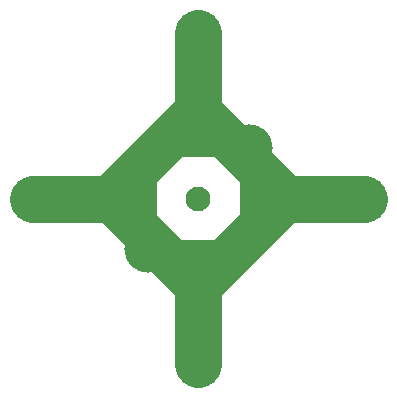
<source format=gbr>
G04 #@! TF.GenerationSoftware,KiCad,Pcbnew,(5.1.6)-1*
G04 #@! TF.CreationDate,2020-10-20T16:42:45-05:00*
G04 #@! TF.ProjectId,quad-slot-hub,71756164-2d73-46c6-9f74-2d6875622e6b,rev?*
G04 #@! TF.SameCoordinates,Original*
G04 #@! TF.FileFunction,Copper,L1,Top*
G04 #@! TF.FilePolarity,Positive*
%FSLAX46Y46*%
G04 Gerber Fmt 4.6, Leading zero omitted, Abs format (unit mm)*
G04 Created by KiCad (PCBNEW (5.1.6)-1) date 2020-10-20 16:42:45*
%MOMM*%
%LPD*%
G01*
G04 APERTURE LIST*
G04 #@! TA.AperFunction,ComponentPad*
%ADD10C,4.000000*%
G04 #@! TD*
G04 #@! TA.AperFunction,ComponentPad*
%ADD11C,2.100000*%
G04 #@! TD*
G04 #@! TA.AperFunction,Conductor*
%ADD12C,1.500000*%
G04 #@! TD*
G04 #@! TA.AperFunction,Conductor*
%ADD13C,1.000000*%
G04 #@! TD*
G04 #@! TA.AperFunction,Conductor*
%ADD14C,2.000000*%
G04 #@! TD*
G04 #@! TA.AperFunction,Conductor*
%ADD15C,4.000000*%
G04 #@! TD*
G04 APERTURE END LIST*
D10*
X-4242641Y-4242641D03*
X4320422Y4320422D03*
D11*
X0Y0D03*
D12*
X4320422Y-4222578D02*
X4316000Y-4227000D01*
X4300359Y-4242641D02*
X4320422Y-4222578D01*
X-4242641Y4278641D02*
X-4200860Y4320422D01*
X820422Y4320422D02*
X1760010Y5260010D01*
X820422Y4320422D02*
X4320422Y4320422D01*
X1760010Y5260010D02*
X1760010Y5602351D01*
X1760010Y5602351D02*
X1197649Y5039990D01*
X1197649Y5039990D02*
X-1197649Y5039990D01*
X-4242641Y-257359D02*
X-4242641Y400300D01*
X-4242641Y400300D02*
X-5602351Y1760010D01*
X-4242641Y-257359D02*
X-4242641Y4278641D01*
X-4242641Y-4242641D02*
X-4242641Y-257359D01*
X-5039990Y-1197649D02*
X-5602351Y-1760010D01*
X-5602351Y1760010D02*
X-5039990Y1197649D01*
X-400300Y-4242641D02*
X-1760010Y-5602351D01*
X7359Y-4242641D02*
X-400300Y-4242641D01*
X7359Y-4242641D02*
X4300359Y-4242641D01*
X-4242641Y-4242641D02*
X7359Y-4242641D01*
X1197649Y-5039990D02*
X1760010Y-5602351D01*
X-1760010Y-5602351D02*
X-1197649Y-5039990D01*
X4320422Y-478081D02*
X5602351Y-1760010D01*
X4320422Y179578D02*
X4320422Y-478081D01*
X4320422Y4320422D02*
X4320422Y179578D01*
X5039990Y1197649D02*
X5602351Y1760010D01*
X5602351Y-1760010D02*
X5039990Y-1197649D01*
X5039990Y-1197649D02*
X5039990Y1197649D01*
X-4242641Y4278641D02*
X-4242641Y4277379D01*
X-5602351Y1760010D02*
X-6760010Y1760010D01*
X-4242641Y4278641D02*
X-4221359Y4278641D01*
X-1760010Y5602351D02*
X-1760010Y6739990D01*
X-5635010Y1792669D02*
X-5602351Y1760010D01*
X-5635010Y2885010D02*
X-6760010Y1760010D01*
X-4242641Y4277379D02*
X-5635010Y2885010D01*
X-1625000Y5125000D02*
X-1453830Y5296170D01*
X-3375000Y5125000D02*
X-1625000Y5125000D01*
X-4221359Y4278641D02*
X-3375000Y5125000D01*
X-3375000Y5125000D02*
X-1760010Y6739990D01*
X-1453830Y5296170D02*
X-1760010Y5602351D01*
X-1197649Y5039990D02*
X-1453830Y5296170D01*
X4320422Y4320422D02*
X1900854Y6739990D01*
X1900854Y6739990D02*
X1760010Y6739990D01*
X1760010Y5602351D02*
X1760010Y6739990D01*
X6489990Y2150854D02*
X6489990Y1760010D01*
X5602351Y1760010D02*
X6489990Y1760010D01*
X4320422Y3041939D02*
X5602351Y1760010D01*
X4320422Y4320422D02*
X4320422Y3041939D01*
X6489990Y2150854D02*
X4320422Y4320422D01*
X6880834Y1760010D02*
X4320422Y4320422D01*
X4320422Y-4222578D02*
X4320422Y-4199598D01*
X5602351Y-1760010D02*
X6760010Y-1760010D01*
X4300359Y-4242641D02*
X4257359Y-4242641D01*
X1760010Y-5602351D02*
X1760010Y-6739990D01*
X4682783Y-2679578D02*
X5602351Y-1760010D01*
X4320422Y-2679578D02*
X4682783Y-2679578D01*
X4320422Y-2679578D02*
X4320422Y-4222578D01*
X2539990Y-5039990D02*
X3000000Y-5500000D01*
X1197649Y-5039990D02*
X2539990Y-5039990D01*
X3000000Y-5500000D02*
X1760010Y-6739990D01*
X-3527379Y-4242641D02*
X-1760010Y-6010010D01*
X-4242641Y-4242641D02*
X-3527379Y-4242641D01*
X-1760010Y-5602351D02*
X-1760010Y-6010010D01*
X-4242641Y-4242641D02*
X-1760010Y-6725272D01*
X-6489990Y-1995292D02*
X-4242641Y-4242641D01*
X-6489990Y-1760010D02*
X-6489990Y-1995292D01*
X-5602351Y-1760010D02*
X-6489990Y-1760010D01*
X-5602351Y-2882931D02*
X-4242641Y-4242641D01*
X-5602351Y-1760010D02*
X-5602351Y-2882931D01*
D13*
X-124527Y4320422D02*
X-1510010Y5705905D01*
X4320422Y4320422D02*
X-124527Y4320422D01*
X5393544Y1197649D02*
X5705905Y1510010D01*
X5039990Y1197649D02*
X5393544Y1197649D01*
X4320422Y-124527D02*
X5705905Y-1510010D01*
X4320422Y-478422D02*
X4320422Y-124527D01*
D12*
X4320422Y179578D02*
X4320422Y-478422D01*
D13*
X820422Y4320422D02*
X1510010Y5010010D01*
X1510010Y5010010D02*
X1510010Y5705905D01*
X604578Y4320422D02*
X-124527Y4320422D01*
D12*
X604578Y4320422D02*
X820422Y4320422D01*
X-4200860Y4320422D02*
X604578Y4320422D01*
D13*
X-5039990Y-337010D02*
X-5039990Y-844095D01*
X-5039990Y-844095D02*
X-5705905Y-1510010D01*
D12*
X-5039990Y-337010D02*
X-5039990Y-1197649D01*
X-5039990Y1197649D02*
X-5039990Y-337010D01*
D13*
X-5039990Y844095D02*
X-5705905Y1510010D01*
X-5039990Y-337010D02*
X-5039990Y844095D01*
X122990Y-5039990D02*
X844095Y-5039990D01*
D12*
X122990Y-5039990D02*
X1197649Y-5039990D01*
D13*
X844095Y-5039990D02*
X1510010Y-5705905D01*
D12*
X-1197649Y-5039990D02*
X122990Y-5039990D01*
D13*
X-844095Y-5039990D02*
X-1510010Y-5705905D01*
X122990Y-5039990D02*
X-844095Y-5039990D01*
D12*
X0Y-6000000D02*
X-6000000Y0D01*
X-6000000Y0D02*
X0Y6000000D01*
X0Y6000000D02*
X6000000Y0D01*
X6000000Y0D02*
X0Y-6000000D01*
D14*
X-750000Y-8000000D02*
X-8750000Y0D01*
X0Y-8000000D02*
X-750000Y-8000000D01*
D15*
X0Y-6000000D02*
X0Y-8000000D01*
X0Y-6000000D02*
X0Y-14000000D01*
X-6000000Y0D02*
X-8750000Y0D01*
X-6000000Y0D02*
X-14000000Y0D01*
D14*
X-8750000Y0D02*
X0Y8750000D01*
D15*
X0Y6000000D02*
X0Y8750000D01*
X0Y6000000D02*
X0Y14000000D01*
D14*
X0Y8750000D02*
X8750000Y0D01*
D15*
X6000000Y0D02*
X8750000Y0D01*
X6000000Y0D02*
X14000000Y0D01*
D14*
X0Y-8750000D02*
X8750000Y0D01*
D12*
X4320422Y-478422D02*
X4320422Y-2679578D01*
X-5635010Y2885010D02*
X-5635010Y1792669D01*
X4257359Y-4242641D02*
X3000000Y-5500000D01*
M02*

</source>
